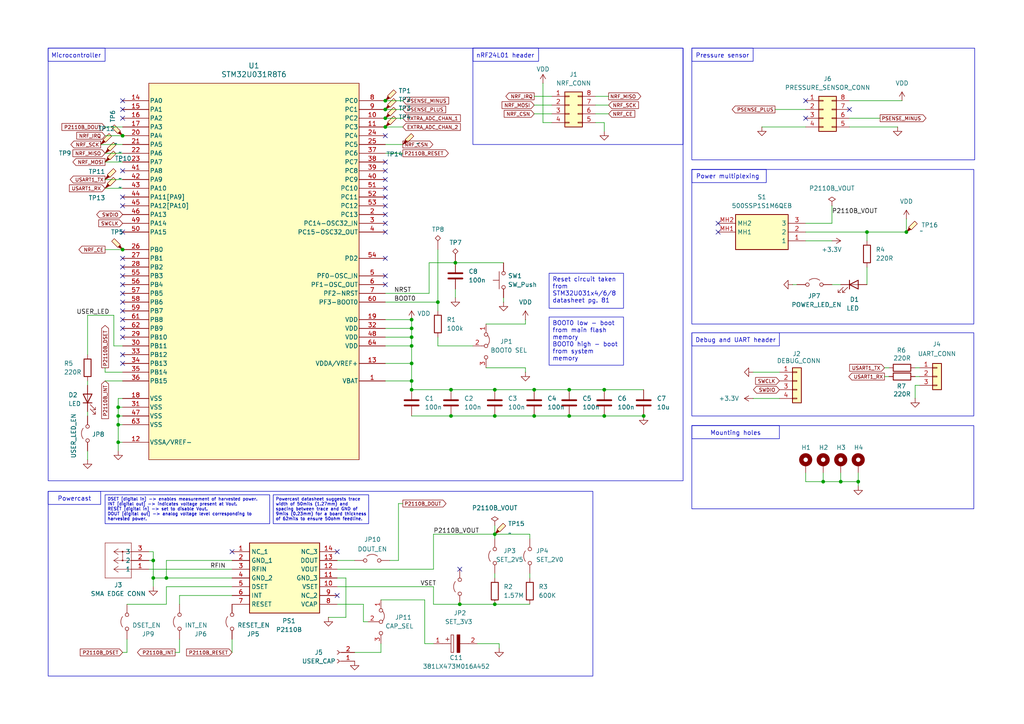
<source format=kicad_sch>
(kicad_sch (version 20231120) (generator "eeschema") (generator_version "8.0")
  (paper "A4")
  (title_block (title "Sensor Node") (rev "1") (company "TL-81"))
  (junction (at 119.38 105.41))
  (junction (at 44.45 162.56))
  (junction (at 132.08 76.2))
  (junction (at 130.81 113.03))
  (junction (at 248.92 139.7))
  (junction (at 165.1 120.65))
  (junction (at 119.38 92.71))
  (junction (at 111.76 34.29))
  (junction (at 44.45 167.64))
  (junction (at 34.29 118.11))
  (junction (at 34.29 123.19))
  (junction (at 143.51 154.94))
  (junction (at 119.38 110.49))
  (junction (at 111.76 29.21))
  (junction (at 48.26 167.64))
  (junction (at 111.76 36.83))
  (junction (at 34.29 120.65))
  (junction (at 130.81 120.65))
  (junction (at 143.51 120.65))
  (junction (at 243.84 139.7))
  (junction (at 119.38 100.33))
  (junction (at 111.76 31.75))
  (junction (at 186.69 120.65))
  (junction (at 143.51 113.03))
  (junction (at 154.94 120.65))
  (junction (at 127 87.63))
  (junction (at 251.46 67.31))
  (junction (at 119.38 95.25))
  (junction (at 143.51 175.26))
  (junction (at 35.56 39.37))
  (junction (at 34.29 128.27))
  (junction (at 238.76 139.7))
  (junction (at 175.26 113.03))
  (junction (at 35.56 72.39))
  (junction (at 165.1 113.03))
  (junction (at 154.94 113.03))
  (junction (at 133.35 175.26))
  (junction (at 262.89 67.31))
  (junction (at 119.38 97.79))
  (junction (at 119.38 113.03))
  (junction (at 175.26 120.65))
  (no_connect (at 35.56 85.09))
  (no_connect (at 111.76 74.93))
  (no_connect (at 35.56 97.79))
  (no_connect (at 208.28 64.77))
  (no_connect (at 35.56 57.15))
  (no_connect (at 111.76 49.53))
  (no_connect (at 111.76 54.61))
  (no_connect (at 111.76 39.37))
  (no_connect (at 233.68 34.29))
  (no_connect (at 111.76 64.77))
  (no_connect (at 35.56 102.87))
  (no_connect (at 35.56 34.29))
  (no_connect (at 35.56 90.17))
  (no_connect (at 35.56 92.71))
  (no_connect (at 97.79 160.02))
  (no_connect (at 35.56 74.93))
  (no_connect (at 67.31 160.02))
  (no_connect (at 35.56 31.75))
  (no_connect (at 208.28 67.31))
  (no_connect (at 35.56 87.63))
  (no_connect (at 35.56 67.31))
  (no_connect (at 111.76 46.99))
  (no_connect (at 97.79 172.72))
  (no_connect (at 35.56 29.21))
  (no_connect (at 35.56 95.25))
  (no_connect (at 35.56 82.55))
  (no_connect (at 111.76 80.01))
  (no_connect (at 233.68 29.21))
  (no_connect (at 35.56 49.53))
  (no_connect (at 111.76 67.31))
  (no_connect (at 111.76 52.07))
  (no_connect (at 111.76 82.55))
  (no_connect (at 111.76 59.69))
  (no_connect (at 111.76 57.15))
  (no_connect (at 35.56 80.01))
  (no_connect (at 35.56 105.41))
  (no_connect (at 35.56 77.47))
  (no_connect (at 246.38 31.75))
  (no_connect (at 35.56 59.69))
  (no_connect (at 111.76 62.23))
  (no_connect (at 133.35 165.1))
  (wire (pts (xy 157.48 24.13) (xy 157.48 35.56)))
  (wire (pts (xy 115.57 146.05) (xy 116.84 146.05)))
  (wire (pts (xy 97.79 162.56) (xy 102.87 162.56)))
  (wire (pts (xy 220.98 36.83) (xy 233.68 36.83)))
  (wire (pts (xy 175.26 38.1) (xy 175.26 35.56)))
  (wire (pts (xy 25.4 130.81) (xy 25.4 133.35)))
  (wire (pts (xy 35.56 189.23) (xy 36.83 189.23)))
  (wire (pts (xy 127 87.63) (xy 127 90.17)))
  (wire (pts (xy 153.67 156.21) (xy 153.67 154.94)))
  (wire (pts (xy 36.83 175.26) (xy 48.26 175.26)))
  (wire (pts (xy 238.76 137.16) (xy 238.76 139.7)))
  (wire (pts (xy 30.48 46.99) (xy 35.56 46.99)))
  (wire (pts (xy 33.02 100.33) (xy 35.56 100.33)))
  (wire (pts (xy 143.51 154.94) (xy 153.67 154.94)))
  (wire (pts (xy 52.07 172.72) (xy 67.31 172.72)))
  (wire (pts (xy 157.48 35.56) (xy 160.02 35.56)))
  (wire (pts (xy 152.4 107.95) (xy 152.4 106.68)))
  (wire (pts (xy 97.79 167.64) (xy 100.33 167.64)))
  (wire (pts (xy 248.92 139.7) (xy 248.92 140.97)))
  (wire (pts (xy 34.29 128.27) (xy 35.56 128.27)))
  (wire (pts (xy 30.48 52.07) (xy 35.56 52.07)))
  (wire (pts (xy 251.46 77.47) (xy 251.46 82.55)))
  (wire (pts (xy 124.46 76.2) (xy 132.08 76.2)))
  (wire (pts (xy 29.21 41.91) (xy 35.56 41.91)))
  (wire (pts (xy 218.44 115.57) (xy 226.06 115.57)))
  (wire (pts (xy 172.72 33.02) (xy 176.53 33.02)))
  (wire (pts (xy 111.76 36.83) (xy 116.84 36.83)))
  (wire (pts (xy 97.79 165.1) (xy 125.73 165.1)))
  (wire (pts (xy 152.4 93.98) (xy 152.4 92.71)))
  (wire (pts (xy 256.54 109.22) (xy 257.81 109.22)))
  (wire (pts (xy 30.48 44.45) (xy 35.56 44.45)))
  (wire (pts (xy 43.18 160.02) (xy 44.45 160.02)))
  (wire (pts (xy 143.51 154.94) (xy 143.51 156.21)))
  (wire (pts (xy 143.51 152.4) (xy 143.51 154.94)))
  (wire (pts (xy 111.76 85.09) (xy 124.46 85.09)))
  (wire (pts (xy 35.56 72.39) (xy 30.48 72.39)))
  (wire (pts (xy 119.38 100.33) (xy 119.38 97.79)))
  (wire (pts (xy 248.92 137.16) (xy 248.92 139.7)))
  (wire (pts (xy 44.45 162.56) (xy 43.18 162.56)))
  (wire (pts (xy 52.07 175.26) (xy 52.07 172.72)))
  (wire (pts (xy 154.94 33.02) (xy 160.02 33.02)))
  (wire (pts (xy 123.19 186.69) (xy 125.73 186.69)))
  (wire (pts (xy 34.29 128.27) (xy 34.29 123.19)))
  (wire (pts (xy 175.26 120.65) (xy 186.69 120.65)))
  (wire (pts (xy 146.05 86.36) (xy 146.05 87.63)))
  (wire (pts (xy 243.84 139.7) (xy 248.92 139.7)))
  (wire (pts (xy 30.48 106.68) (xy 30.48 107.95)))
  (wire (pts (xy 111.76 97.79) (xy 119.38 97.79)))
  (wire (pts (xy 35.56 118.11) (xy 34.29 118.11)))
  (wire (pts (xy 34.29 120.65) (xy 34.29 123.19)))
  (wire (pts (xy 44.45 162.56) (xy 44.45 167.64)))
  (wire (pts (xy 100.33 167.64) (xy 100.33 179.07)))
  (wire (pts (xy 132.08 83.82) (xy 132.08 86.36)))
  (wire (pts (xy 110.49 189.23) (xy 102.87 189.23)))
  (wire (pts (xy 48.26 162.56) (xy 67.31 162.56)))
  (wire (pts (xy 125.73 154.94) (xy 125.73 165.1)))
  (wire (pts (xy 262.89 63.5) (xy 262.89 67.31)))
  (wire (pts (xy 48.26 167.64) (xy 67.31 167.64)))
  (wire (pts (xy 172.72 27.94) (xy 176.53 27.94)))
  (wire (pts (xy 44.45 167.64) (xy 44.45 170.18)))
  (wire (pts (xy 132.08 76.2) (xy 146.05 76.2)))
  (wire (pts (xy 140.97 93.98) (xy 152.4 93.98)))
  (wire (pts (xy 52.07 189.23) (xy 52.07 185.42)))
  (wire (pts (xy 111.76 110.49) (xy 119.38 110.49)))
  (wire (pts (xy 119.38 95.25) (xy 119.38 92.71)))
  (wire (pts (xy 218.44 107.95) (xy 226.06 107.95)))
  (wire (pts (xy 48.26 170.18) (xy 67.31 170.18)))
  (wire (pts (xy 172.72 30.48) (xy 176.53 30.48)))
  (wire (pts (xy 175.26 113.03) (xy 186.69 113.03)))
  (wire (pts (xy 165.1 113.03) (xy 175.26 113.03)))
  (wire (pts (xy 111.76 44.45) (xy 116.84 44.45)))
  (wire (pts (xy 119.38 105.41) (xy 119.38 100.33)))
  (wire (pts (xy 36.83 189.23) (xy 36.83 185.42)))
  (wire (pts (xy 125.73 170.18) (xy 125.73 175.26)))
  (wire (pts (xy 125.73 175.26) (xy 133.35 175.26)))
  (wire (pts (xy 241.3 59.69) (xy 241.3 64.77)))
  (wire (pts (xy 130.81 113.03) (xy 143.51 113.03)))
  (wire (pts (xy 143.51 113.03) (xy 154.94 113.03)))
  (wire (pts (xy 100.33 179.07) (xy 95.25 179.07)))
  (wire (pts (xy 67.31 185.42) (xy 67.31 189.23)))
  (wire (pts (xy 138.43 186.69) (xy 144.78 186.69)))
  (wire (pts (xy 25.4 119.38) (xy 25.4 120.65)))
  (wire (pts (xy 43.18 165.1) (xy 67.31 165.1)))
  (wire (pts (xy 34.29 123.19) (xy 35.56 123.19)))
  (wire (pts (xy 165.1 120.65) (xy 175.26 120.65)))
  (wire (pts (xy 251.46 67.31) (xy 262.89 67.31)))
  (wire (pts (xy 251.46 67.31) (xy 251.46 69.85)))
  (wire (pts (xy 175.26 35.56) (xy 172.72 35.56)))
  (wire (pts (xy 111.76 105.41) (xy 119.38 105.41)))
  (wire (pts (xy 241.3 82.55) (xy 243.84 82.55)))
  (wire (pts (xy 143.51 120.65) (xy 154.94 120.65)))
  (wire (pts (xy 34.29 118.11) (xy 34.29 120.65)))
  (wire (pts (xy 105.41 175.26) (xy 105.41 180.34)))
  (wire (pts (xy 97.79 175.26) (xy 105.41 175.26)))
  (wire (pts (xy 246.38 34.29) (xy 255.27 34.29)))
  (wire (pts (xy 265.43 109.22) (xy 266.7 109.22)))
  (wire (pts (xy 154.94 120.65) (xy 165.1 120.65)))
  (wire (pts (xy 125.73 154.94) (xy 143.51 154.94)))
  (wire (pts (xy 50.8 189.23) (xy 52.07 189.23)))
  (wire (pts (xy 144.78 186.69) (xy 144.78 187.96)))
  (wire (pts (xy 233.68 67.31) (xy 251.46 67.31)))
  (wire (pts (xy 231.14 82.55) (xy 229.87 82.55)))
  (wire (pts (xy 154.94 27.94) (xy 160.02 27.94)))
  (wire (pts (xy 243.84 137.16) (xy 243.84 139.7)))
  (wire (pts (xy 241.3 64.77) (xy 233.68 64.77)))
  (wire (pts (xy 111.76 34.29) (xy 116.84 34.29)))
  (wire (pts (xy 35.56 115.57) (xy 34.29 115.57)))
  (wire (pts (xy 111.76 29.21) (xy 116.84 29.21)))
  (wire (pts (xy 25.4 110.49) (xy 25.4 111.76)))
  (wire (pts (xy 137.16 100.33) (xy 127 100.33)))
  (wire (pts (xy 265.43 111.76) (xy 265.43 115.57)))
  (wire (pts (xy 246.38 36.83) (xy 260.35 36.83)))
  (wire (pts (xy 30.48 110.49) (xy 35.56 110.49)))
  (wire (pts (xy 152.4 106.68) (xy 140.97 106.68)))
  (wire (pts (xy 266.7 111.76) (xy 265.43 111.76)))
  (wire (pts (xy 119.38 113.03) (xy 119.38 110.49)))
  (wire (pts (xy 256.54 106.68) (xy 257.81 106.68)))
  (wire (pts (xy 105.41 180.34) (xy 106.68 180.34)))
  (wire (pts (xy 233.68 139.7) (xy 238.76 139.7)))
  (wire (pts (xy 238.76 139.7) (xy 243.84 139.7)))
  (wire (pts (xy 111.76 92.71) (xy 119.38 92.71)))
  (wire (pts (xy 123.19 173.99) (xy 123.19 186.69)))
  (wire (pts (xy 111.76 100.33) (xy 119.38 100.33)))
  (wire (pts (xy 111.76 95.25) (xy 119.38 95.25)))
  (wire (pts (xy 35.56 39.37) (xy 30.48 39.37)))
  (wire (pts (xy 110.49 173.99) (xy 123.19 173.99)))
  (wire (pts (xy 110.49 186.69) (xy 110.49 189.23)))
  (wire (pts (xy 233.68 137.16) (xy 233.68 139.7)))
  (wire (pts (xy 119.38 113.03) (xy 130.81 113.03)))
  (wire (pts (xy 30.48 54.61) (xy 35.56 54.61)))
  (wire (pts (xy 111.76 87.63) (xy 127 87.63)))
  (wire (pts (xy 119.38 120.65) (xy 130.81 120.65)))
  (wire (pts (xy 133.35 175.26) (xy 143.51 175.26)))
  (wire (pts (xy 34.29 120.65) (xy 35.56 120.65)))
  (wire (pts (xy 127 100.33) (xy 127 97.79)))
  (wire (pts (xy 34.29 115.57) (xy 34.29 118.11)))
  (wire (pts (xy 154.94 30.48) (xy 160.02 30.48)))
  (wire (pts (xy 246.38 29.21) (xy 261.62 29.21)))
  (wire (pts (xy 48.26 175.26) (xy 48.26 170.18)))
  (wire (pts (xy 33.02 91.44) (xy 33.02 100.33)))
  (wire (pts (xy 224.79 31.75) (xy 233.68 31.75)))
  (wire (pts (xy 44.45 162.56) (xy 44.45 160.02)))
  (wire (pts (xy 130.81 120.65) (xy 143.51 120.65)))
  (wire (pts (xy 113.03 162.56) (xy 115.57 162.56)))
  (wire (pts (xy 119.38 110.49) (xy 119.38 105.41)))
  (wire (pts (xy 119.38 97.79) (xy 119.38 95.25)))
  (wire (pts (xy 25.4 91.44) (xy 33.02 91.44)))
  (wire (pts (xy 111.76 31.75) (xy 116.84 31.75)))
  (wire (pts (xy 265.43 106.68) (xy 266.7 106.68)))
  (wire (pts (xy 124.46 76.2) (xy 124.46 85.09)))
  (wire (pts (xy 233.68 69.85) (xy 241.3 69.85)))
  (wire (pts (xy 30.48 36.83) (xy 35.56 36.83)))
  (wire (pts (xy 115.57 162.56) (xy 115.57 146.05)))
  (wire (pts (xy 154.94 113.03) (xy 165.1 113.03)))
  (wire (pts (xy 143.51 175.26) (xy 153.67 175.26)))
  (wire (pts (xy 25.4 91.44) (xy 25.4 102.87)))
  (wire (pts (xy 48.26 162.56) (xy 48.26 167.64)))
  (wire (pts (xy 34.29 130.81) (xy 34.29 128.27)))
  (wire (pts (xy 143.51 166.37) (xy 143.51 167.64)))
  (wire (pts (xy 97.79 170.18) (xy 125.73 170.18)))
  (wire (pts (xy 153.67 166.37) (xy 153.67 167.64)))
  (wire (pts (xy 44.45 167.64) (xy 48.26 167.64)))
  (wire (pts (xy 116.84 41.91) (xy 111.76 41.91)))
  (wire (pts (xy 35.56 107.95) (xy 30.48 107.95)))
  (wire (pts (xy 127 72.39) (xy 127 87.63)))
  (rectangle (start 200.66 96.52) (end 282.448 120.65))
  (rectangle (start 13.97 142.494) (end 29.21 146.304))
  (rectangle (start 200.66 96.52) (end 226.06 100.33))
  (rectangle (start 13.97 142.494) (end 171.958 196.088))
  (rectangle (start 200.66 123.444) (end 282.448 147.574))
  (rectangle (start 13.97 13.97) (end 30.48 17.78))
  (rectangle (start 200.66 49.149) (end 282.448 93.98))
  (rectangle (start 200.66 49.149) (end 222.25 52.959))
  (rectangle (start 200.66 13.97) (end 218.44 17.78))
  (rectangle (start 200.66 123.444) (end 226.06 127.254))
  (rectangle (start 13.97 13.97) (end 198.12 139.446))
  (rectangle (start 137.16 13.97) (end 156.21 17.78))
  (rectangle (start 137.16 13.97) (end 198.12 41.91))
  (rectangle (start 200.66 13.97) (end 282.702 46.355))
  (text_box "Reset circuit taken from STM32U031x4/6/8 datasheet pg. 81" (at 159.258 79.248 0) (size 21.59 10.16) (effects (font (size 1.27 1.27)) (justify left top)))
  (text_box "Powercast datasheet suggests trace width of 50mils (1.27mm) and\nspacing between trace and GND of 9mils (0.23mm) for a board thickness\nof 62mils to ensure 50ohm feedline." (at 79.248 143.51 0) (size 27.686 8.382) (effects (font (size 0.889 0.889)) (justify left top)))
  (text_box "BOOT0 low - boot from main flash memory\nBOOT0 high - boot from system memory" (at 159.258 91.948 0) (size 21.59 13.97) (effects (font (size 1.27 1.27)) (justify left top)))
  (text_box "DSET [digital in] -> enables measurement of harvested power.\nINT [digital out] -> indicates voltage present at Vout.\nRESET [digital in] -> set to disable Vout.\nDOUT [digital out] -> analog voltage level corresponding to harvested power.\n" (at 30.48 143.51 0) (size 47.752 8.382) (effects (font (size 0.889 0.889)) (justify left top)))
  (text "nRF24L01 header" (at 146.558 16.256 0) (effects (font (size 1.27 1.27))))
  (text "Microcontroller" (at 22.098 16.256 0) (effects (font (size 1.27 1.27))))
  (text "Powercast" (at 21.59 144.78 0) (effects (font (size 1.27 1.27))))
  (text "Debug and UART header" (at 213.36 98.806 0) (effects (font (size 1.27 1.27))))
  (text "Mounting holes" (at 213.36 125.73 0) (effects (font (size 1.27 1.27))))
  (text "Pressure sensor" (at 209.55 16.256 0) (effects (font (size 1.27 1.27))))
  (text "Power multiplexing" (at 211.074 51.308 0) (effects (font (size 1.27 1.27))))
  (label "USER_LED" (at 31.75 91.44 180))
  (label "NRST" (at 114.3 85.09 0))
  (label "BOOT0" (at 114.3 87.63 0))
  (label "P2110B_VOUT" (at 125.73 154.94 0))
  (label "VSET" (at 121.92 170.18 0))
  (label "P2110B_VOUT" (at 241.3 62.23 0))
  (label "RFIN" (at 60.96 165.1 0))
  (global_label "P2110B_DOUT" (shape output) (at 116.84 146.05 0) (effects (font (size 1.016 1.016))) (property "Intersheetrefs" "${INTERSHEET_REFS}" (effects (hide yes))))
  (global_label "NRF_SCK" (shape output) (at 29.21 41.91 180) (effects (font (size 1.016 1.016))) (property "Intersheetrefs" "${INTERSHEET_REFS}" (effects (hide yes))))
  (global_label "SWCLK" (shape input) (at 35.56 64.77 180) (effects (font (size 1.016 1.016))) (property "Intersheetrefs" "${INTERSHEET_REFS}" (effects (hide yes))))
  (global_label "USART1_TX" (shape output) (at 30.48 52.07 180) (effects (font (size 1.016 1.016))) (property "Intersheetrefs" "${INTERSHEET_REFS}" (effects (hide yes))))
  (global_label "SWCLK" (shape input) (at 226.06 110.49 180) (effects (font (size 1.016 1.016))) (property "Intersheetrefs" "${INTERSHEET_REFS}" (effects (hide yes))))
  (global_label "P2110B_RESET" (shape output) (at 116.84 44.45 0) (effects (font (size 1.016 1.016))) (property "Intersheetrefs" "${INTERSHEET_REFS}" (effects (hide yes))))
  (global_label "PSENSE_MINUS" (shape output) (at 255.27 34.29 0) (effects (font (size 1.016 1.016))) (property "Intersheetrefs" "${INTERSHEET_REFS}" (effects (hide yes))))
  (global_label "SWDIO" (shape bidirectional) (at 35.56 62.23 180) (effects (font (size 1.016 1.016))) (property "Intersheetrefs" "${INTERSHEET_REFS}" (effects (hide yes))))
  (global_label "NRF_MOSI" (shape output) (at 30.48 46.99 180) (effects (font (size 1.016 1.016))) (property "Intersheetrefs" "${INTERSHEET_REFS}" (effects (hide yes))))
  (global_label "NRF_CE" (shape input) (at 176.53 33.02 0) (effects (font (size 1.016 1.016))) (property "Intersheetrefs" "${INTERSHEET_REFS}" (effects (hide yes))))
  (global_label "USART1_RX" (shape input) (at 30.48 54.61 180) (effects (font (size 1.016 1.016))) (property "Intersheetrefs" "${INTERSHEET_REFS}" (effects (hide yes))))
  (global_label "P2110B_DSET" (shape input) (at 35.56 189.23 180) (effects (font (size 1.016 1.016))) (property "Intersheetrefs" "${INTERSHEET_REFS}" (effects (hide yes))))
  (global_label "EXTRA_ADC_CHAN_2" (shape input) (at 116.84 36.83 0) (effects (font (size 1.016 1.016))) (property "Intersheetrefs" "${INTERSHEET_REFS}" (effects (hide yes))))
  (global_label "PSENSE_PLUS" (shape input) (at 116.84 31.75 0) (effects (font (size 1.016 1.016))) (property "Intersheetrefs" "${INTERSHEET_REFS}" (effects (hide yes))))
  (global_label "NRF_CE" (shape output) (at 30.48 72.39 180) (effects (font (size 1.016 1.016))) (property "Intersheetrefs" "${INTERSHEET_REFS}" (effects (hide yes))))
  (global_label "P2110B_INT" (shape output) (at 50.8 189.23 180) (effects (font (size 1.016 1.016))) (property "Intersheetrefs" "${INTERSHEET_REFS}" (effects (hide yes))))
  (global_label "P2110B_DSET" (shape output) (at 30.48 106.68 90) (effects (font (size 1.016 1.016))) (property "Intersheetrefs" "${INTERSHEET_REFS}" (effects (hide yes))))
  (global_label "NRF_CSN" (shape output) (at 116.84 41.91 0) (effects (font (size 1.016 1.016))) (property "Intersheetrefs" "${INTERSHEET_REFS}" (effects (hide yes))))
  (global_label "P2110B_INT" (shape input) (at 30.48 110.49 270) (effects (font (size 1.016 1.016))) (property "Intersheetrefs" "${INTERSHEET_REFS}" (effects (hide yes))))
  (global_label "SWDIO" (shape bidirectional) (at 226.06 113.03 180) (effects (font (size 1.016 1.016))) (property "Intersheetrefs" "${INTERSHEET_REFS}" (effects (hide yes))))
  (global_label "PSENSE_MINUS" (shape input) (at 116.84 29.21 0) (effects (font (size 1.016 1.016))) (property "Intersheetrefs" "${INTERSHEET_REFS}" (effects (hide yes))))
  (global_label "PSENSE_PLUS" (shape output) (at 224.79 31.75 180) (effects (font (size 1.016 1.016))) (property "Intersheetrefs" "${INTERSHEET_REFS}" (effects (hide yes))))
  (global_label "EXTRA_ADC_CHAN_1" (shape input) (at 116.84 34.29 0) (effects (font (size 1.016 1.016))) (property "Intersheetrefs" "${INTERSHEET_REFS}" (effects (hide yes))))
  (global_label "NRF_MISO" (shape input) (at 30.48 44.45 180) (effects (font (size 1.016 1.016))) (property "Intersheetrefs" "${INTERSHEET_REFS}" (effects (hide yes))))
  (global_label "P2110B_DOUT" (shape input) (at 30.48 36.83 180) (effects (font (size 1.016 1.016))) (property "Intersheetrefs" "${INTERSHEET_REFS}" (effects (hide yes))))
  (global_label "NRF_MISO" (shape output) (at 176.53 27.94 0) (effects (font (size 1.016 1.016))) (property "Intersheetrefs" "${INTERSHEET_REFS}" (effects (hide yes))))
  (global_label "NRF_IRQ" (shape output) (at 154.94 27.94 180) (effects (font (size 1.016 1.016))) (property "Intersheetrefs" "${INTERSHEET_REFS}" (effects (hide yes))))
  (global_label "NRF_IRQ" (shape input) (at 30.48 39.37 180) (effects (font (size 1.016 1.016))) (property "Intersheetrefs" "${INTERSHEET_REFS}" (effects (hide yes))))
  (global_label "NRF_CSN" (shape input) (at 154.94 33.02 180) (effects (font (size 1.016 1.016))) (property "Intersheetrefs" "${INTERSHEET_REFS}" (effects (hide yes))))
  (global_label "NRF_SCK" (shape input) (at 176.53 30.48 0) (effects (font (size 1.016 1.016))) (property "Intersheetrefs" "${INTERSHEET_REFS}" (effects (hide yes))))
  (global_label "USART1_TX" (shape input) (at 256.54 106.68 180) (effects (font (size 1.016 1.016))) (property "Intersheetrefs" "${INTERSHEET_REFS}" (effects (hide yes))))
  (global_label "P2110B_RESET" (shape input) (at 67.31 189.23 180) (effects (font (size 1.016 1.016))) (property "Intersheetrefs" "${INTERSHEET_REFS}" (effects (hide yes))))
  (global_label "USART1_RX" (shape output) (at 256.54 109.22 180) (effects (font (size 1.016 1.016))) (property "Intersheetrefs" "${INTERSHEET_REFS}" (effects (hide yes))))
  (global_label "NRF_MOSI" (shape input) (at 154.94 30.48 180) (effects (font (size 1.016 1.016))) (property "Intersheetrefs" "${INTERSHEET_REFS}" (effects (hide yes))))
  (symbol (lib_id "Device:LED") (at 25.4 115.57 90) (unit 1)
    (property "Reference" "D2" (at 19.812 114.554 90) (effects (justify right)))
    (property "Value" "LED" (at 19.812 117.094 90) (effects (justify right)))
    (property "Footprint" "LED_SMD:LED_0603_1608Metric" (effects (hide yes)))
    (property "Description" "Light emitting diode" (effects (hide yes)))
    (property "Manufacturer_Part_Number" "150060GS55040" (effects (hide yes)))
    (property "Mouser Part Number" "710-150060GS55040" (effects (hide yes)))
  )
  (symbol (lib_id "power:GND") (at 218.44 107.95 270) (unit 1)
    (property "Reference" "#PWR013" (effects (hide yes)))
    (property "Value" "GND" (effects (hide yes)))
    (property "Description" "Power symbol creates a global label with name \"GND\" , ground" (effects (hide yes)))
  )
  (symbol (lib_id "Jumper:Jumper_2_Open") (at 67.31 180.34 90) (unit 1) (exclude_from_sim yes)
    (property "Reference" "JP5" (at 71.628 183.896 90) (effects (justify right)))
    (property "Value" "RESET_EN" (at 68.834 181.356 90) (effects (justify right)))
    (property "Footprint" "Connector_PinHeader_2.54mm:PinHeader_1x02_P2.54mm_Vertical" (effects (hide yes)))
    (property "Description" "Jumper, 2-pole, open" (effects (hide yes)))
  )
  (symbol (lib_id "Connector:TestPoint_Probe") (at 35.56 72.39 90) (unit 1)
    (property "Reference" "TP5" (at 33.9725 67.31 90))
    (property "Value" "TestPoint_Probe" (effects (hide yes)))
    (property "Footprint" "TestPoint:TestPoint_Pad_2.0x2.0mm" (effects (hide yes)))
    (property "Description" "test point (alternative probe-style design)" (effects (hide yes)))
    (property "Manufacturer_Part_Number" "RCT-0C " (effects (hide yes)))
    (property "Mouser Part Number" "279-RCT-0C " (effects (hide yes)))
  )
  (symbol (lib_id "Connector:TestPoint_Probe") (at 29.21 41.91 0) (unit 1)
    (property "Reference" "TP12" (at 28.448 37.338 0) (effects (justify left)))
    (property "Value" "~" (at 33.02 41.5924 0) (effects (justify left)))
    (property "Footprint" "TestPoint:TestPoint_Pad_2.0x2.0mm" (effects (hide yes)))
    (property "Description" "test point (alternative probe-style design)" (effects (hide yes)))
    (property "Manufacturer_Part_Number" "RCT-0C " (effects (hide yes)))
    (property "Mouser Part Number" "279-RCT-0C " (effects (hide yes)))
  )
  (symbol (lib_id "power:GND") (at 34.29 130.81 0) (unit 1)
    (property "Reference" "#PWR01" (effects (hide yes)))
    (property "Value" "GND" (effects (hide yes)))
    (property "Description" "Power symbol creates a global label with name \"GND\" , ground" (effects (hide yes)))
  )
  (symbol (lib_id "Jumper:Jumper_2_Open") (at 36.83 180.34 90) (unit 1) (exclude_from_sim yes)
    (property "Reference" "JP9" (at 41.148 183.896 90) (effects (justify right)))
    (property "Value" "DSET_EN" (at 38.354 181.356 90) (effects (justify right)))
    (property "Footprint" "Connector_PinHeader_2.54mm:PinHeader_1x02_P2.54mm_Vertical" (effects (hide yes)))
    (property "Description" "Jumper, 2-pole, open" (effects (hide yes)))
  )
  (symbol (lib_id "Mechanical:MountingHole_Pad") (at 243.84 134.62 0) (unit 1) (exclude_from_sim yes) (in_bom no)
    (property "Reference" "H3" (at 242.57 129.794 0) (effects (justify left)))
    (property "Value" "MountingHole" (effects (hide yes)))
    (property "Footprint" "MountingHole:MountingHole_2.2mm_M2_Pad" (effects (hide yes)))
    (property "Description" "Mounting Hole with connection" (effects (hide yes)))
  )
  (symbol (lib_id "Connector:TestPoint_Probe") (at 111.76 31.75 0) (unit 1)
    (property "Reference" "TP2" (at 115.57 28.8924 0) (effects (justify left)))
    (property "Value" "TestPoint_Probe" (effects (hide yes)))
    (property "Footprint" "TestPoint:TestPoint_Pad_2.0x2.0mm" (effects (hide yes)))
    (property "Description" "test point (alternative probe-style design)" (effects (hide yes)))
    (property "Manufacturer_Part_Number" "RCT-0C " (effects (hide yes)))
    (property "Mouser Part Number" "279-RCT-0C " (effects (hide yes)))
  )
  (symbol (lib_id "Device:C") (at 186.69 116.84 0) (unit 1)
    (property "Reference" "C7" (at 190.5 115.5699 0) (effects (justify left)))
    (property "Value" "10u" (at 190.5 118.1099 0) (effects (justify left)))
    (property "Footprint" "Capacitor_SMD:C_0603_1608Metric" (effects (hide yes)))
    (property "Description" "Unpolarized capacitor" (effects (hide yes)))
    (property "Manufacturer_Part_Number" "GRM188R60J106KE47J" (effects (hide yes)))
    (property "Mouser Part Number" "81-GRM188R60J106KE7J" (effects (hide yes)))
  )
  (symbol (lib_id "Connector:TestPoint_Alt") (at 127 72.39 0) (unit 1)
    (property "Reference" "TP8" (at 125.222 66.548 0) (effects (justify left)))
    (property "Value" "TestPoint_Alt" (effects (hide yes)))
    (property "Footprint" "TestPoint:TestPoint_Pad_2.0x2.0mm" (effects (hide yes)))
    (property "Description" "test point (alternative shape)" (effects (hide yes)))
    (property "Manufacturer_Part_Number" "RCT-0C " (effects (hide yes)))
    (property "Mouser Part Number" "279-RCT-0C " (effects (hide yes)))
  )
  (symbol (lib_id "Connector:TestPoint_Probe") (at 30.48 46.99 0) (unit 1)
    (property "Reference" "TP10" (at 33.274 45.974 0) (effects (justify left)))
    (property "Value" "~" (at 34.29 46.6724 0) (effects (justify left)))
    (property "Footprint" "TestPoint:TestPoint_Pad_2.0x2.0mm" (effects (hide yes)))
    (property "Description" "test point (alternative probe-style design)" (effects (hide yes)))
    (property "Manufacturer_Part_Number" "RCT-0C " (effects (hide yes)))
    (property "Mouser Part Number" "279-RCT-0C " (effects (hide yes)))
  )
  (symbol (lib_id "power:GND") (at 260.35 36.83 0) (unit 1)
    (property "Reference" "#PWR011" (effects (hide yes)))
    (property "Value" "GND" (effects (hide yes)))
    (property "Description" "Power symbol creates a global label with name \"GND\" , ground" (effects (hide yes)))
  )
  (symbol (lib_id "Connector:TestPoint_Probe") (at 30.48 54.61 0) (unit 1)
    (property "Reference" "TP13" (at 25.654 57.404 0) (effects (justify left)))
    (property "Value" "~" (at 34.29 54.2924 0) (effects (justify left)))
    (property "Footprint" "TestPoint:TestPoint_Pad_2.0x2.0mm" (effects (hide yes)))
    (property "Description" "test point (alternative probe-style design)" (effects (hide yes)))
    (property "Manufacturer_Part_Number" "RCT-0C " (effects (hide yes)))
    (property "Mouser Part Number" "279-RCT-0C " (effects (hide yes)))
  )
  (symbol (lib_id "power:GND") (at 102.87 191.77 0) (unit 1)
    (property "Reference" "#PWR018" (effects (hide yes)))
    (property "Value" "GND" (effects (hide yes)))
    (property "Description" "Power symbol creates a global label with name \"GND\" , ground" (effects (hide yes)))
  )
  (symbol (lib_id "Jumper:Jumper_2_Open") (at 52.07 180.34 90) (unit 1) (exclude_from_sim yes)
    (property "Reference" "JP6" (at 56.388 183.896 90) (effects (justify right)))
    (property "Value" "INT_EN" (at 53.594 181.356 90) (effects (justify right)))
    (property "Footprint" "Connector_PinHeader_2.54mm:PinHeader_1x02_P2.54mm_Vertical" (effects (hide yes)))
    (property "Description" "Jumper, 2-pole, open" (effects (hide yes)))
  )
  (symbol (lib_id "Mechanical:MountingHole_Pad") (at 248.92 134.62 0) (unit 1) (exclude_from_sim yes) (in_bom no)
    (property "Reference" "H4" (at 247.65 129.794 0) (effects (justify left)))
    (property "Value" "MountingHole" (effects (hide yes)))
    (property "Footprint" "MountingHole:MountingHole_2.2mm_M2_Pad" (effects (hide yes)))
    (property "Description" "Mounting Hole with connection" (effects (hide yes)))
  )
  (symbol (lib_id "power:GND") (at 44.45 170.18 0) (unit 1)
    (property "Reference" "#PWR016" (effects (hide yes)))
    (property "Value" "GND" (effects (hide yes)))
    (property "Description" "Power symbol creates a global label with name \"GND\" , ground" (effects (hide yes)))
  )
  (symbol (lib_id "libtpms:381LX473M016A452") (at 125.73 186.69 0) (unit 1)
    (property "Reference" "C11" (at 132.334 190.754 0))
    (property "Value" "381LX473M016A452" (at 132.334 193.294 0))
    (property "Footprint" "libtpms:CAPPRD1000W200D3550H4700" (effects (hide yes)))
    (property "Datasheet" "https://componentsearchengine.com/Datasheets/1/381LX473M016A452.pdf" (effects (hide yes)))
    (property "Description" "Aluminum Electrolytic Capacitors - Snap In 47000uF 16V 20%" (effects (hide yes)))
    (property "Height" "47" (effects (hide yes)))
    (property "Mouser Part Number" "598-81LX473M016A452" (effects (hide yes)))
    (property "Mouser Price/Stock" "https://www.mouser.com/Search/Refine.aspx?Keyword=598-81LX473M016A452" (effects (hide yes)))
    (property "Manufacturer_Name" "Cornell Dubilier" (effects (hide yes)))
    (property "Manufacturer_Part_Number" "381LX473M016A452" (effects (hide yes)))
  )
  (symbol (lib_id "power:GND") (at 146.05 87.63 0) (unit 1)
    (property "Reference" "#PWR05" (effects (hide yes)))
    (property "Value" "GND" (effects (hide yes)))
    (property "Description" "Power symbol creates a global label with name \"GND\" , ground" (effects (hide yes)))
  )
  (symbol (lib_id "power:GND") (at 229.87 82.55 270) (unit 1)
    (property "Reference" "#PWR021" (effects (hide yes)))
    (property "Value" "GND" (effects (hide yes)))
    (property "Description" "Power symbol creates a global label with name \"GND\" , ground" (effects (hide yes)))
  )
  (symbol (lib_id "Jumper:Jumper_2_Open") (at 133.35 170.18 90) (unit 1) (exclude_from_sim yes)
    (property "Reference" "JP2" (at 131.572 177.8 90) (effects (justify right)))
    (property "Value" "SET_3V3" (at 129.032 180.34 90) (effects (justify right)))
    (property "Footprint" "Connector_PinHeader_2.54mm:PinHeader_1x02_P2.54mm_Vertical" (effects (hide yes)))
    (property "Description" "Jumper, 2-pole, open" (effects (hide yes)))
  )
  (symbol (lib_id "Connector:TestPoint_Probe") (at 111.76 34.29 0) (unit 1)
    (property "Reference" "TP3" (at 115.57 31.4324 0) (effects (justify left)))
    (property "Value" "TestPoint_Probe" (effects (hide yes)))
    (property "Footprint" "TestPoint:TestPoint_Pad_2.0x2.0mm" (effects (hide yes)))
    (property "Description" "test point (alternative probe-style design)" (effects (hide yes)))
    (property "Manufacturer_Part_Number" "RCT-0C " (effects (hide yes)))
    (property "Mouser Part Number" "279-RCT-0C " (effects (hide yes)))
  )
  (symbol (lib_id "power:PWR_FLAG") (at 143.51 152.4 0) (unit 1)
    (property "Reference" "#FLG01" (effects (hide yes)))
    (property "Value" "P2110B_VOUT" (at 143.51 147.32 0))
    (property "Description" "Special symbol for telling ERC where power comes from" (effects (hide yes)))
  )
  (symbol (lib_id "Device:C") (at 132.08 80.01 0) (unit 1)
    (property "Reference" "C8" (at 135.89 78.7399 0) (effects (justify left)))
    (property "Value" "100n" (at 135.89 81.2799 0) (effects (justify left)))
    (property "Footprint" "Capacitor_SMD:C_0603_1608Metric" (effects (hide yes)))
    (property "Datasheet" "https://www.mouser.ca/datasheet/2/40/general_purpose-3169586.pdf" (effects (hide yes)))
    (property "Description" "Unpolarized capacitor" (effects (hide yes)))
    (property "Manufacturer_Part_Number" "KAM15AR71H104KM" (effects (hide yes)))
    (property "Mouser Part Number" "581-KAM15AR71H104KM" (effects (hide yes)))
  )
  (symbol (lib_id "power:GND") (at 144.78 187.96 0) (unit 1)
    (property "Reference" "#PWR015" (effects (hide yes)))
    (property "Value" "GND" (effects (hide yes)))
    (property "Description" "Power symbol creates a global label with name \"GND\" , ground" (effects (hide yes)))
  )
  (symbol (lib_id "Mechanical:MountingHole_Pad") (at 233.68 134.62 0) (unit 1) (exclude_from_sim yes) (in_bom no)
    (property "Reference" "H1" (at 232.41 129.794 0) (effects (justify left)))
    (property "Value" "MountingHole" (effects (hide yes)))
    (property "Footprint" "MountingHole:MountingHole_2.2mm_M2_Pad" (effects (hide yes)))
    (property "Description" "Mounting Hole with connection" (effects (hide yes)))
  )
  (symbol (lib_id "libtpms:STM32U031R8T6") (at 35.56 29.21 0) (unit 1)
    (property "Reference" "U1" (at 73.66 19.05 0) (effects (font (size 1.524 1.524))))
    (property "Value" "STM32U031R8T6" (at 73.66 21.59 0) (effects (font (size 1.524 1.524))))
    (property "Footprint" "libtpms:LQFP64_STM" (effects (hide yes)))
    (property "Datasheet" "STM32U031R8T6" (effects (hide yes)))
    (property "Manufacturer_Part_Number" " STM32U031R8T6 " (effects (hide yes)))
    (property "Mouser Part Number" " 511-STM32U031R8T6 " (effects (hide yes)))
  )
  (symbol (lib_id "power:GND") (at 186.69 120.65 0) (unit 1)
    (property "Reference" "#PWR03" (effects (hide yes)))
    (property "Value" "GND" (effects (hide yes)))
    (property "Description" "Power symbol creates a global label with name \"GND\" , ground" (effects (hide yes)))
  )
  (symbol (lib_id "Jumper:Jumper_2_Open") (at 107.95 162.56 0) (unit 1) (exclude_from_sim yes)
    (property "Reference" "JP10" (at 110.49 156.464 0) (effects (justify right)))
    (property "Value" "DOUT_EN" (at 112.268 159.258 0) (effects (justify right)))
    (property "Footprint" "Connector_PinHeader_2.54mm:PinHeader_1x02_P2.54mm_Vertical" (effects (hide yes)))
    (property "Description" "Jumper, 2-pole, open" (effects (hide yes)))
  )
  (symbol (lib_id "Device:C") (at 175.26 116.84 0) (unit 1)
    (property "Reference" "C6" (at 179.07 115.5699 0) (effects (justify left)))
    (property "Value" "100n" (at 179.07 118.1099 0) (effects (justify left)))
    (property "Footprint" "Capacitor_SMD:C_0603_1608Metric" (effects (hide yes)))
    (property "Datasheet" "https://www.mouser.ca/datasheet/2/40/general_purpose-3169586.pdf" (effects (hide yes)))
    (property "Description" "Unpolarized capacitor" (effects (hide yes)))
    (property "Manufacturer_Part_Number" "KAM15AR71H104KM" (effects (hide yes)))
    (property "Mouser Part Number" "581-KAM15AR71H104KM" (effects (hide yes)))
  )
  (symbol (lib_id "Device:C") (at 130.81 116.84 0) (unit 1)
    (property "Reference" "C2" (at 134.62 115.5699 0) (effects (justify left)))
    (property "Value" "100n" (at 134.62 118.1099 0) (effects (justify left)))
    (property "Footprint" "Capacitor_SMD:C_0603_1608Metric" (effects (hide yes)))
    (property "Datasheet" "https://www.mouser.ca/datasheet/2/40/general_purpose-3169586.pdf" (effects (hide yes)))
    (property "Description" "Unpolarized capacitor" (effects (hide yes)))
    (property "Manufacturer_Part_Number" "KAM15AR71H104KM" (effects (hide yes)))
    (property "Mouser Part Number" "581-KAM15AR71H104KM" (effects (hide yes)))
  )
  (symbol (lib_id "libtpms:P2110B") (at 67.31 160.02 0) (unit 1)
    (property "Reference" "PS1" (at 83.82 180.086 0))
    (property "Value" "P2110B" (at 83.82 182.626 0))
    (property "Footprint" "libtpms:P2110B" (effects (hide yes)))
    (property "Datasheet" "https://componentsearchengine.com/Datasheets/1/P2110B.pdf" (effects (hide yes)))
    (property "Description" "Energy Harvesting Modules Powerharvester Receiver - 915 MHz" (effects (hide yes)))
    (property "Height" "2.3114" (effects (hide yes)))
    (property "Mouser Part Number" "582-P2110B" (effects (hide yes)))
    (property "Mouser Price/Stock" "https://www.mouser.co.uk/ProductDetail/Powercast/P2110B?qs=VAB4DzKv5wViaDUvcUIcdQ%3D%3D" (effects (hide yes)))
    (property "Manufacturer_Name" "Powercast" (effects (hide yes)))
    (property "Manufacturer_Part_Number" "P2110B" (effects (hide yes)))
  )
  (symbol (lib_id "Mechanical:MountingHole_Pad") (at 238.76 134.62 0) (unit 1) (exclude_from_sim yes) (in_bom no)
    (property "Reference" "H2" (at 237.49 129.794 0) (effects (justify left)))
    (property "Value" "MountingHole" (effects (hide yes)))
    (property "Footprint" "MountingHole:MountingHole_2.2mm_M2_Pad" (effects (hide yes)))
    (property "Description" "Mounting Hole with connection" (effects (hide yes)))
  )
  (symbol (lib_id "Connector:TestPoint_Probe") (at 30.48 44.45 0) (unit 1)
    (property "Reference" "TP9" (at 17.018 44.45 0) (effects (justify left)))
    (property "Value" "~" (at 34.29 44.1324 0) (effects (justify left)))
    (property "Footprint" "TestPoint:TestPoint_Pad_2.0x2.0mm" (effects (hide yes)))
    (property "Description" "test point (alternative probe-style design)" (effects (hide yes)))
    (property "Manufacturer_Part_Number" "RCT-0C " (effects (hide yes)))
    (property "Mouser Part Number" "279-RCT-0C " (effects (hide yes)))
  )
  (symbol (lib_id "libtpms:732511150") (at 43.18 165.1 180) (unit 1)
    (property "Reference" "J3" (at 34.29 169.672 0))
    (property "Value" "SMA EDGE CONN" (at 34.29 172.212 0))
    (property "Footprint" "libtpms:CONN_73251-1150_MOL" (effects (hide yes)))
    (property "Datasheet" "732511150" (effects (hide yes)))
    (property "Manufacturer_Part_Number" "73251-1150" (effects (hide yes)))
    (property "Mouser Part Number" "538-73251-1150" (effects (hide yes)))
  )
  (symbol (lib_id "Jumper:Jumper_2_Open") (at 25.4 125.73 90) (unit 1) (exclude_from_sim yes)
    (property "Reference" "JP8" (at 26.67 125.984 90) (effects (justify right)))
    (property "Value" "USER_LED_EN" (at 21.336 119.888 0) (effects (justify right)))
    (property "Footprint" "Connector_PinHeader_2.54mm:PinHeader_1x02_P2.54mm_Vertical" (effects (hide yes)))
    (property "Description" "Jumper, 2-pole, open" (effects (hide yes)))
  )
  (symbol (lib_id "power:VDD") (at 262.89 63.5 0) (unit 1)
    (property "Reference" "#PWR019" (effects (hide yes)))
    (property "Value" "VDD" (at 262.89 58.42 0))
    (property "Description" "Power symbol creates a global label with name \"VDD\"" (effects (hide yes)))
  )
  (symbol (lib_id "power:VDD") (at 119.38 92.71 0) (unit 1)
    (property "Reference" "#PWR02" (effects (hide yes)))
    (property "Value" "VDD" (at 122.936 90.932 0))
    (property "Description" "Power symbol creates a global label with name \"VDD\"" (effects (hide yes)))
  )
  (symbol (lib_id "Device:R") (at 261.62 109.22 270) (unit 1)
    (property "Reference" "R7" (at 260.096 112.014 90) (effects (justify left)))
    (property "Value" "220R" (at 259.08 114.3 90) (effects (justify left)))
    (property "Footprint" "Resistor_SMD:R_0603_1608Metric" (effects (hide yes)))
    (property "Description" "Resistor" (effects (hide yes)))
    (property "Manufacturer_Part_Number" "ERJ-PA3D2200V" (effects (hide yes)))
    (property "Mouser Part Number" "667-ERJ-PA3D2200V" (effects (hide yes)))
  )
  (symbol (lib_id "Device:R") (at 143.51 171.45 0) (unit 1)
    (property "Reference" "R2" (at 146.05 170.1799 0) (effects (justify left)))
    (property "Value" "1.57M" (at 146.05 172.7199 0) (effects (justify left)))
    (property "Footprint" "Resistor_SMD:R_0603_1608Metric" (effects (hide yes)))
    (property "Description" "Resistor" (effects (hide yes)))
    (property "Manufacturer_Part_Number" "CRCW06031M58FKEA" (effects (hide yes)))
    (property "Mouser Part Number" " 71-CRCW06031M58FKEA " (effects (hide yes)))
  )
  (symbol (lib_id "power:+3.3V") (at 218.44 115.57 90) (unit 1)
    (property "Reference" "#PWR014" (effects (hide yes)))
    (property "Value" "+3.3V" (at 214.376 115.57 90) (effects (justify left)))
    (property "Description" "Power symbol creates a global label with name \"+3.3V\"" (effects (hide yes)))
  )
  (symbol (lib_id "libtpms:500SSP1S1M6QEB") (at 208.28 64.77 0) (unit 1)
    (property "Reference" "S1" (at 220.98 57.15 0))
    (property "Value" "500SSP1S1M6QEB" (at 220.98 59.69 0))
    (property "Footprint" "libtpms:500SSP1S1M6QEB" (effects (hide yes)))
    (property "Datasheet" "https://configured-product-images.s3.amazonaws.com/2D/specs/500SSP1S1M6QEB.pdf" (effects (hide yes)))
    (property "Description" "SLIDE, 5A 120VAC/28VDC, SPDT On-On, Through Hole, Right Angle PC Pin" (effects (hide yes)))
    (property "Height" "6.1" (effects (hide yes)))
    (property "Mouser Part Number" "612-500SSP1S1M6QEB" (effects (hide yes)))
    (property "Mouser Price/Stock" "https://www.mouser.co.uk/ProductDetail/E-Switch/500SSP1S1M6QEB?qs=0JU57JYmZjtvO38dJ0sbfg%3D%3D" (effects (hide yes)))
    (property "Manufacturer_Name" "E-Switch" (effects (hide yes)))
    (property "Manufacturer_Part_Number" "500SSP1S1M6QEB" (effects (hide yes)))
  )
  (symbol (lib_id "Connector_Generic:Conn_01x03") (at 271.78 109.22 0) (unit 1)
    (property "Reference" "J4" (at 270.51 99.822 0) (effects (justify left)))
    (property "Value" "UART_CONN" (at 266.192 102.616 0) (effects (justify left)))
    (property "Footprint" "Connector_PinHeader_2.54mm:PinHeader_1x03_P2.54mm_Vertical" (effects (hide yes)))
    (property "Description" "Generic connector, single row, 01x03, script generated (kicad-library-utils/schlib/autogen/connector/)" (effects (hide yes)))
  )
  (symbol (lib_id "Connector:TestPoint_Probe") (at 35.56 39.37 90) (unit 1)
    (property "Reference" "TP6" (at 32.7024 35.56 0) (effects (justify left)))
    (property "Value" "TestPoint_Probe" (effects (hide yes)))
    (property "Footprint" "TestPoint:TestPoint_Pad_2.0x2.0mm" (effects (hide yes)))
    (property "Description" "test point (alternative probe-style design)" (effects (hide yes)))
    (property "Manufacturer_Part_Number" "RCT-0C " (effects (hide yes)))
    (property "Mouser Part Number" "279-RCT-0C " (effects (hide yes)))
  )
  (symbol (lib_id "Device:R") (at 127 93.98 0) (unit 1)
    (property "Reference" "R1" (at 129.54 92.7099 0) (effects (justify left)))
    (property "Value" "100k" (at 129.54 95.2499 0) (effects (justify left)))
    (property "Footprint" "Resistor_SMD:R_0603_1608Metric" (effects (hide yes)))
    (property "Description" "Resistor" (effects (hide yes)))
    (property "Manufacturer_Part_Number" "ERJ-PA3D1003V" (effects (hide yes)))
    (property "Mouser Part Number" "667-ERJ-PA3D1003V" (effects (hide yes)))
  )
  (symbol (lib_id "power:GND") (at 152.4 107.95 0) (unit 1)
    (property "Reference" "#PWR06" (effects (hide yes)))
    (property "Value" "GND" (effects (hide yes)))
    (property "Description" "Power symbol creates a global label with name \"GND\" , ground" (effects (hide yes)))
  )
  (symbol (lib_id "power:GND") (at 95.25 179.07 0) (unit 1)
    (property "Reference" "#PWR017" (effects (hide yes)))
    (property "Value" "GND" (effects (hide yes)))
    (property "Description" "Power symbol creates a global label with name \"GND\" , ground" (effects (hide yes)))
  )
  (symbol (lib_id "power:GND") (at 175.26 38.1 0) (unit 1)
    (property "Reference" "#PWR09" (effects (hide yes)))
    (property "Value" "GND" (effects (hide yes)))
    (property "Description" "Power symbol creates a global label with name \"GND\" , ground" (effects (hide yes)))
  )
  (symbol (lib_id "power:+3.3V") (at 241.3 69.85 270) (unit 1)
    (property "Reference" "#PWR020" (effects (hide yes)))
    (property "Value" "+3.3V" (at 238.252 72.39 90) (effects (justify left)))
    (property "Description" "Power symbol creates a global label with name \"+3.3V\"" (effects (hide yes)))
  )
  (symbol (lib_id "power:GND") (at 25.4 133.35 0) (unit 1)
    (property "Reference" "#PWR024" (effects (hide yes)))
    (property "Value" "GND" (effects (hide yes)))
    (property "Description" "Power symbol creates a global label with name \"GND\" , ground" (effects (hide yes)))
  )
  (symbol (lib_id "Connector:TestPoint_Alt") (at 132.08 76.2 0) (unit 1)
    (property "Reference" "TP7" (at 130.302 70.358 0) (effects (justify left)))
    (property "Value" "TestPoint_Alt" (effects (hide yes)))
    (property "Footprint" "TestPoint:TestPoint_Pad_2.0x2.0mm" (effects (hide yes)))
    (property "Description" "test point (alternative shape)" (effects (hide yes)))
    (property "Manufacturer_Part_Number" "RCT-0C " (effects (hide yes)))
    (property "Mouser Part Number" "279-RCT-0C " (effects (hide yes)))
  )
  (symbol (lib_id "Connector:TestPoint_Probe") (at 143.51 154.94 0) (unit 1)
    (property "Reference" "TP15" (at 147.32 151.892 0) (effects (justify left)))
    (property "Value" "~" (at 147.32 154.6224 0) (effects (justify left)))
    (property "Footprint" "TestPoint:TestPoint_Pad_2.0x2.0mm" (effects (hide yes)))
    (property "Description" "test point (alternative probe-style design)" (effects (hide yes)))
    (property "Manufacturer_Part_Number" "RCT-0C " (effects (hide yes)))
    (property "Mouser Part Number" "279-RCT-0C " (effects (hide yes)))
  )
  (symbol (lib_id "Device:LED") (at 247.65 82.55 0) (unit 1)
    (property "Reference" "D1" (at 249.174 86.868 0) (effects (justify right)))
    (property "Value" "LED" (at 249.174 89.408 0) (effects (justify right)))
    (property "Footprint" "LED_SMD:LED_0603_1608Metric" (effects (hide yes)))
    (property "Description" "Light emitting diode" (effects (hide yes)))
    (property "Manufacturer_Part_Number" "150060GS55040" (effects (hide yes)))
    (property "Mouser Part Number" "710-150060GS55040" (effects (hide yes)))
  )
  (symbol (lib_id "Connector:TestPoint_Probe") (at 262.89 67.31 0) (unit 1)
    (property "Reference" "TP16" (at 267.208 65.278 0) (effects (justify left)))
    (property "Value" "~" (at 266.7 66.9924 0) (effects (justify left)))
    (property "Footprint" "TestPoint:TestPoint_Pad_2.0x2.0mm" (effects (hide yes)))
    (property "Description" "test point (alternative probe-style design)" (effects (hide yes)))
    (property "Manufacturer_Part_Number" "RCT-0C " (effects (hide yes)))
    (property "Mouser Part Number" "279-RCT-0C " (effects (hide yes)))
  )
  (symbol (lib_id "power:VDD") (at 261.62 29.21 0) (unit 1)
    (property "Reference" "#PWR012" (effects (hide yes)))
    (property "Value" "VDD" (at 261.62 24.13 0))
    (property "Description" "Power symbol creates a global label with name \"VDD\"" (effects (hide yes)))
  )
  (symbol (lib_id "Connector:Conn_01x02_Socket") (at 97.79 191.77 180) (unit 1)
    (property "Reference" "J5" (at 92.456 189.23 0))
    (property "Value" "USER_CAP" (at 92.456 191.77 0))
    (property "Footprint" "Connector_PinSocket_2.54mm:PinSocket_1x02_P2.54mm_Vertical" (effects (hide yes)))
    (property "Description" "Generic connector, single row, 01x02, script generated" (effects (hide yes)))
  )
  (symbol (lib_id "Connector:TestPoint_Probe") (at 111.76 36.83 0) (unit 1)
    (property "Reference" "TP4" (at 115.57 33.9724 0) (effects (justify left)))
    (property "Value" "TestPoint_Probe" (effects (hide yes)))
    (property "Footprint" "TestPoint:TestPoint_Pad_2.0x2.0mm" (effects (hide yes)))
    (property "Description" "test point (alternative probe-style design)" (effects (hide yes)))
    (property "Manufacturer_Part_Number" "RCT-0C " (effects (hide yes)))
    (property "Mouser Part Number" "279-RCT-0C " (effects (hide yes)))
  )
  (symbol (lib_id "power:VDD") (at 157.48 24.13 0) (unit 1)
    (property "Reference" "#PWR08" (effects (hide yes)))
    (property "Value" "VDD" (at 157.48 20.066 0))
    (property "Description" "Power symbol creates a global label with name \"VDD\"" (effects (hide yes)))
  )
  (symbol (lib_id "Jumper:Jumper_2_Open") (at 236.22 82.55 0) (unit 1) (exclude_from_sim yes)
    (property "Reference" "JP7" (at 237.998 85.852 0) (effects (justify right)))
    (property "Value" "POWER_LED_EN" (at 244.094 88.392 0) (effects (justify right)))
    (property "Footprint" "Connector_PinHeader_2.54mm:PinHeader_1x02_P2.54mm_Vertical" (effects (hide yes)))
    (property "Description" "Jumper, 2-pole, open" (effects (hide yes)))
  )
  (symbol (lib_id "power:GND") (at 265.43 115.57 0) (unit 1)
    (property "Reference" "#PWR023" (effects (hide yes)))
    (property "Value" "GND" (effects (hide yes)))
    (property "Description" "Power symbol creates a global label with name \"GND\" , ground" (effects (hide yes)))
  )
  (symbol (lib_id "Device:R") (at 251.46 73.66 0) (unit 1)
    (property "Reference" "R4" (at 254 72.3899 0) (effects (justify left)))
    (property "Value" "220R" (at 254 74.9299 0) (effects (justify left)))
    (property "Footprint" "Resistor_SMD:R_0603_1608Metric" (effects (hide yes)))
    (property "Description" "Resistor" (effects (hide yes)))
    (property "Manufacturer_Part_Number" "ERJ-PA3D2200V" (effects (hide yes)))
    (property "Mouser Part Number" "667-ERJ-PA3D2200V" (effects (hide yes)))
  )
  (symbol (lib_id "Connector_Generic:Conn_02x04_Counter_Clockwise") (at 238.76 31.75 0) (unit 1)
    (property "Reference" "J6" (at 240.03 22.86 0))
    (property "Value" "PRESSURE_SENSOR_CONN" (at 240.03 25.4 0))
    (property "Footprint" "libtpms:8-SOIC-DIP-8-ADAPTER" (effects (hide yes)))
    (property "Description" "Generic connector, double row, 02x04, counter clockwise pin numbering scheme (similar to DIP package numbering), script generated (kicad-library-utils/schlib/autogen/connector/)" (effects (hide yes)))
  )
  (symbol (lib_id "Connector_Generic:Conn_02x04_Counter_Clockwise") (at 165.1 30.48 0) (unit 1)
    (property "Reference" "J1" (at 166.37 21.59 0))
    (property "Value" "NRF_CONN" (at 166.37 24.13 0))
    (property "Footprint" "Connector_PinSocket_2.54mm:PinSocket_2x04_P2.54mm_Vertical" (effects (hide yes)))
    (property "Description" "Generic connector, double row, 02x04, counter clockwise pin numbering scheme (similar to DIP package numbering), script generated (kicad-library-utils/schlib/autogen/connector/)" (effects (hide yes)))
    (property "Manufacturer_Part_Number" "90151-2104 " (effects (hide yes)))
    (property "Mouser Part Number" "538-90151-2104 " (effects (hide yes)))
  )
  (symbol (lib_id "power:GND") (at 220.98 36.83 0) (unit 1)
    (property "Reference" "#PWR010" (effects (hide yes)))
    (property "Value" "GND" (effects (hide yes)))
    (property "Description" "Power symbol creates a global label with name \"GND\" , ground" (effects (hide yes)))
  )
  (symbol (lib_id "Jumper:Jumper_3_Bridged12") (at 140.97 100.33 270) (unit 1) (exclude_from_sim yes) (in_bom no)
    (property "Reference" "JP1" (at 145.034 99.06 90) (effects (justify left)))
    (property "Value" "BOOT0 SEL" (at 142.24 101.6 90) (effects (justify left)))
    (property "Footprint" "Connector_PinHeader_2.54mm:PinHeader_1x03_P2.54mm_Vertical" (effects (hide yes)))
    (property "Description" "Jumper, 3-pole, pins 1+2 closed/bridged" (effects (hide yes)))
  )
  (symbol (lib_id "Device:R") (at 261.62 106.68 270) (unit 1)
    (property "Reference" "R6" (at 260.096 101.6 90) (effects (justify left)))
    (property "Value" "220R" (at 259.08 103.886 90) (effects (justify left)))
    (property "Footprint" "Resistor_SMD:R_0603_1608Metric" (effects (hide yes)))
    (property "Description" "Resistor" (effects (hide yes)))
    (property "Manufacturer_Part_Number" "ERJ-PA3D2200V" (effects (hide yes)))
    (property "Mouser Part Number" "667-ERJ-PA3D2200V" (effects (hide yes)))
  )
  (symbol (lib_id "power:GND") (at 132.08 86.36 0) (unit 1)
    (property "Reference" "#PWR04" (effects (hide yes)))
    (property "Value" "GND" (effects (hide yes)))
    (property "Description" "Power symbol creates a global label with name \"GND\" , ground" (effects (hide yes)))
  )
  (symbol (lib_id "Connector:TestPoint_Probe") (at 116.84 41.91 0) (unit 1)
    (property "Reference" "TP14" (at 112.014 44.704 0) (effects (justify left)))
    (property "Value" "~" (at 120.65 41.5924 0) (effects (justify left)))
    (property "Footprint" "TestPoint:TestPoint_Pad_2.0x2.0mm" (effects (hide yes)))
    (property "Description" "test point (alternative probe-style design)" (effects (hide yes)))
    (property "Manufacturer_Part_Number" "RCT-0C " (effects (hide yes)))
    (property "Mouser Part Number" "279-RCT-0C " (effects (hide yes)))
  )
  (symbol (lib_id "Connector:TestPoint_Probe") (at 111.76 29.21 0) (unit 1)
    (property "Reference" "TP1" (at 115.57 26.3524 0) (effects (justify left)))
    (property "Value" "TestPoint_Probe" (effects (hide yes)))
    (property "Footprint" "TestPoint:TestPoint_Pad_2.0x2.0mm" (effects (hide yes)))
    (property "Description" "test point (alternative probe-style design)" (effects (hide yes)))
    (property "Manufacturer_Part_Number" "RCT-0C " (effects (hide yes)))
    (property "Mouser Part Number" "279-RCT-0C " (effects (hide yes)))
  )
  (symbol (lib_id "power:GND") (at 248.92 140.97 0) (unit 1)
    (property "Reference" "#PWR022" (effects (hide yes)))
    (property "Value" "GND" (effects (hide yes)))
    (property "Description" "Power symbol creates a global label with name \"GND\" , ground" (effects (hide yes)))
  )
  (symbol (lib_id "Device:C") (at 154.94 116.84 0) (unit 1)
    (property "Reference" "C4" (at 158.75 115.5699 0) (effects (justify left)))
    (property "Value" "100n" (at 158.75 118.1099 0) (effects (justify left)))
    (property "Footprint" "Capacitor_SMD:C_0603_1608Metric" (effects (hide yes)))
    (property "Datasheet" "https://www.mouser.ca/datasheet/2/40/general_purpose-3169586.pdf" (effects (hide yes)))
    (property "Description" "Unpolarized capacitor" (effects (hide yes)))
    (property "Manufacturer_Part_Number" "KAM15AR71H104KM" (effects (hide yes)))
    (property "Mouser Part Number" "581-KAM15AR71H104KM" (effects (hide yes)))
  )
  (symbol (lib_id "Device:R") (at 25.4 106.68 0) (unit 1)
    (property "Reference" "R5" (at 18.542 105.41 0) (effects (justify left)))
    (property "Value" "220R" (at 18.542 107.95 0) (effects (justify left)))
    (property "Footprint" "Resistor_SMD:R_0603_1608Metric" (effects (hide yes)))
    (property "Description" "Resistor" (effects (hide yes)))
    (property "Manufacturer_Part_Number" "ERJ-PA3D2200V" (effects (hide yes)))
    (property "Mouser Part Number" "667-ERJ-PA3D2200V" (effects (hide yes)))
  )
  (symbol (lib_id "power:VDD") (at 152.4 92.71 0) (unit 1)
    (property "Reference" "#PWR07" (effects (hide yes)))
    (property "Value" "VDD" (at 152.4 87.63 0))
    (property "Description" "Power symbol creates a global label with name \"VDD\"" (effects (hide yes)))
  )
  (symbol (lib_id "Device:C") (at 143.51 116.84 0) (unit 1)
    (property "Reference" "C3" (at 147.32 115.5699 0) (effects (justify left)))
    (property "Value" "100n" (at 147.32 118.1099 0) (effects (justify left)))
    (property "Footprint" "Capacitor_SMD:C_0603_1608Metric" (effects (hide yes)))
    (property "Datasheet" "https://www.mouser.ca/datasheet/2/40/general_purpose-3169586.pdf" (effects (hide yes)))
    (property "Description" "Unpolarized capacitor" (effects (hide yes)))
    (property "Manufacturer_Part_Number" "KAM15AR71H104KM" (effects (hide yes)))
    (property "Mouser Part Number" "581-KAM15AR71H104KM" (effects (hide yes)))
  )
  (symbol (lib_id "Connector_Generic:Conn_01x04") (at 231.14 110.49 0) (unit 1)
    (property "Reference" "J2" (at 229.87 102.616 0) (effects (justify left)))
    (property "Value" "DEBUG_CONN" (at 225.298 104.648 0) (effects (justify left)))
    (property "Footprint" "Connector_PinHeader_2.54mm:PinHeader_1x04_P2.54mm_Vertical" (effects (hide yes)))
    (property "Description" "Generic connector, single row, 01x04, script generated (kicad-library-utils/schlib/autogen/connector/)" (effects (hide yes)))
  )
  (symbol (lib_id "Jumper:Jumper_3_Bridged12") (at 110.49 180.34 270) (unit 1) (exclude_from_sim yes) (in_bom no)
    (property "Reference" "JP11" (at 114.554 179.07 90) (effects (justify left)))
    (property "Value" "CAP_SEL" (at 111.76 181.61 90) (effects (justify left)))
    (property "Footprint" "Connector_PinHeader_2.54mm:PinHeader_1x03_P2.54mm_Vertical" (effects (hide yes)))
    (property "Description" "Jumper, 3-pole, pins 1+2 closed/bridged" (effects (hide yes)))
  )
  (symbol (lib_id "Jumper:Jumper_2_Open") (at 143.51 161.29 90) (unit 1) (exclude_from_sim yes)
    (property "Reference" "JP3" (at 147.828 159.766 90))
    (property "Value" "SET_2V5" (at 147.828 162.306 90))
    (property "Footprint" "Connector_PinHeader_2.54mm:PinHeader_1x02_P2.54mm_Vertical" (effects (hide yes)))
    (property "Description" "Jumper, 2-pole, open" (effects (hide yes)))
  )
  (symbol (lib_id "Connector:TestPoint_Probe") (at 30.48 52.07 0) (unit 1)
    (property "Reference" "TP11" (at 25.654 49.784 0) (effects (justify left)))
    (property "Value" "~" (at 34.29 51.7524 0) (effects (justify left)))
    (property "Footprint" "TestPoint:TestPoint_Pad_2.0x2.0mm" (effects (hide yes)))
    (property "Description" "test point (alternative probe-style design)" (effects (hide yes)))
    (property "Manufacturer_Part_Number" "RCT-0C " (effects (hide yes)))
    (property "Mouser Part Number" "279-RCT-0C " (effects (hide yes)))
  )
  (symbol (lib_id "Switch:SW_Push") (at 146.05 81.28 90) (unit 1)
    (property "Reference" "SW1" (at 147.32 80.0099 90) (effects (justify right)))
    (property "Value" "SW_Push" (at 147.32 82.5499 90) (effects (justify right)))
    (property "Footprint" "Button_Switch_SMD:SW_SPST_Omron_B3FS-100xP" (effects (hide yes)))
    (property "Description" "Push button switch, generic, two pins" (effects (hide yes)))
    (property "Manufacturer_Part_Number" "B3FS-1002P" (effects (hide yes)))
    (property "Mouser Part Number" "653-B3FS-1002P" (effects (hide yes)))
  )
  (symbol (lib_id "Device:C") (at 119.38 116.84 0) (unit 1)
    (property "Reference" "C1" (at 123.19 115.5699 0) (effects (justify left)))
    (property "Value" "100n" (at 123.19 118.1099 0) (effects (justify left)))
    (property "Footprint" "Capacitor_SMD:C_0603_1608Metric" (effects (hide yes)))
    (property "Datasheet" "https://www.mouser.ca/datasheet/2/40/general_purpose-3169586.pdf" (effects (hide yes)))
    (property "Description" "Unpolarized capacitor" (effects (hide yes)))
    (property "Manufacturer_Part_Number" "KAM15AR71H104KM" (effects (hide yes)))
    (property "Mouser Part Number" "581-KAM15AR71H104KM" (effects (hide yes)))
  )
  (symbol (lib_id "Device:C") (at 165.1 116.84 0) (unit 1)
    (property "Reference" "C5" (at 168.91 115.5699 0) (effects (justify left)))
    (property "Value" "100n" (at 168.91 118.1099 0) (effects (justify left)))
    (property "Footprint" "Capacitor_SMD:C_0603_1608Metric" (effects (hide yes)))
    (property "Datasheet" "https://www.mouser.ca/datasheet/2/40/general_purpose-3169586.pdf" (effects (hide yes)))
    (property "Description" "Unpolarized capacitor" (effects (hide yes)))
    (property "Manufacturer_Part_Number" "KAM15AR71H104KM" (effects (hide yes)))
    (property "Mouser Part Number" "581-KAM15AR71H104KM" (effects (hide yes)))
  )
  (symbol (lib_id "Device:R") (at 153.67 171.45 0) (unit 1)
    (property "Reference" "R3" (at 156.21 170.1799 0) (effects (justify left)))
    (property "Value" "600K" (at 156.21 172.7199 0) (effects (justify left)))
    (property "Footprint" "Resistor_SMD:R_0603_1608Metric" (effects (hide yes)))
    (property "Description" "Resistor" (effects (hide yes)))
    (property "Manufacturer_Part_Number" "ERJ-S03F6043V" (effects (hide yes)))
    (property "Mouser Part Number" "667-ERJ-S03F6043V" (effects (hide yes)))
  )
  (symbol (lib_id "Jumper:Jumper_2_Open") (at 153.67 161.29 90) (unit 1) (exclude_from_sim yes)
    (property "Reference" "JP4" (at 155.448 159.766 90) (effects (justify right)))
    (property "Value" "SET_2V0" (at 155.448 162.306 90) (effects (justify right)))
    (property "Footprint" "Connector_PinHeader_2.54mm:PinHeader_1x02_P2.54mm_Vertical" (effects (hide yes)))
    (property "Description" "Jumper, 2-pole, open" (effects (hide yes)))
  )
  (symbol (lib_id "power:PWR_FLAG") (at 241.3 59.69 0) (unit 1)
    (property "Reference" "#FLG02" (effects (hide yes)))
    (property "Value" "P2110B_VOUT" (at 241.3 54.61 0))
    (property "Description" "Special symbol for telling ERC where power comes from" (effects (hide yes)))
  )
)
</source>
